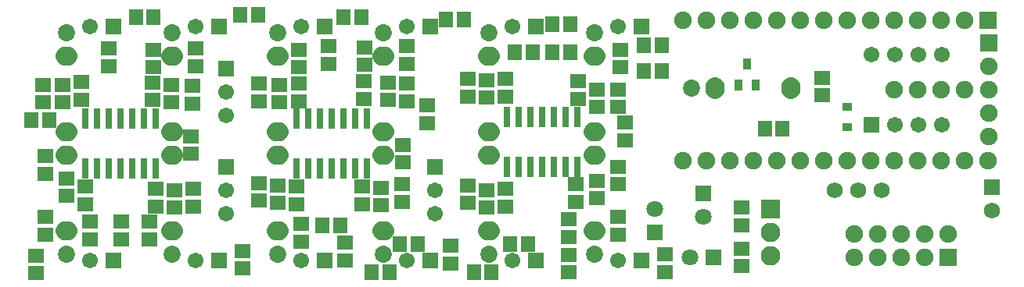
<source format=gbs>
G04 DipTrace 3.0.0.2*
G04 magpie_midi01.GBS*
%MOIN*%
G04 #@! TF.FileFunction,Soldermask,Bot*
G04 #@! TF.Part,Single*
%AMOUTLINE1*
4,1,16,
0.0415,0.005451,
0.037483,0.023051,
0.025939,0.037527,
0.009258,0.04556,
-0.009258,0.04556,
-0.02594,0.037527,
-0.037483,0.02305,
-0.0415,0.005451,
-0.0415,-0.005451,
-0.037483,-0.023051,
-0.025939,-0.037527,
-0.009258,-0.04556,
0.009258,-0.04556,
0.02594,-0.037527,
0.037483,-0.02305,
0.0415,-0.005451,
0.0415,0.005451,
0*%
%AMOUTLINE4*
4,1,16,
0.005451,-0.0415,
0.023051,-0.037483,
0.037527,-0.025939,
0.04556,-0.009258,
0.04556,0.009258,
0.037527,0.02594,
0.02305,0.037483,
0.005451,0.0415,
-0.005451,0.0415,
-0.023051,0.037483,
-0.037527,0.025939,
-0.04556,0.009258,
-0.04556,-0.009258,
-0.037527,-0.02594,
-0.02305,-0.037483,
-0.005451,-0.0415,
0.005451,-0.0415,
0*%
%AMOUTLINE7*
4,1,16,
-0.005451,0.0415,
-0.023051,0.037483,
-0.037527,0.025939,
-0.04556,0.009258,
-0.04556,-0.009258,
-0.037527,-0.02594,
-0.02305,-0.037483,
-0.005451,-0.0415,
0.005451,-0.0415,
0.023051,-0.037483,
0.037527,-0.025939,
0.04556,-0.009258,
0.04556,0.009258,
0.037527,0.02594,
0.02305,0.037483,
0.005451,0.0415,
-0.005451,0.0415,
0*%
%ADD52R,0.068X0.068*%
%ADD54C,0.082803*%
%ADD56R,0.082803X0.082803*%
%ADD58R,0.031622X0.08674*%
%ADD60C,0.068*%
%ADD61C,0.068*%
%ADD67C,0.074929*%
%ADD69C,0.073*%
%ADD71C,0.074929*%
%ADD73R,0.074929X0.074929*%
%ADD75R,0.033591X0.049339*%
%ADD77R,0.043X0.038*%
%ADD79C,0.070992*%
%ADD81R,0.070992X0.070992*%
%ADD83R,0.059181X0.067055*%
%ADD85R,0.067055X0.059181*%
%ADD87C,0.067055*%
%ADD89R,0.067055X0.067055*%
%ADD96OUTLINE1*%
%ADD99OUTLINE4*%
%ADD102OUTLINE7*%
%FSLAX26Y26*%
G04*
G70*
G90*
G75*
G01*
G04 BotMask*
%LPD*%
D89*
X4024000Y1074000D3*
D87*
X4124000D3*
X4224000D3*
X4324000D3*
Y1374000D3*
X4224000D3*
X4124000D3*
X4024000D3*
D85*
X1125251Y1025249D3*
Y950446D3*
X964000Y1394000D3*
Y1319197D3*
X1584000Y1394000D3*
Y1319197D3*
X1864000Y1404000D3*
Y1329197D3*
D83*
X2504000Y1384000D3*
X2578803D3*
D85*
X2954000Y1394000D3*
Y1319197D3*
X2734000Y594000D3*
Y668803D3*
D83*
X2329197Y444000D3*
X2404000D3*
X1894000D3*
X1968803D3*
D85*
X1594000Y574000D3*
Y648803D3*
X827745Y584000D3*
Y658803D3*
X694000Y584000D3*
Y658803D3*
X577751Y1244000D3*
Y1169197D3*
X1041501Y1244000D3*
Y1169197D3*
X1498997Y1244000D3*
Y1169197D3*
X1964000Y1254000D3*
Y1179197D3*
X2384000Y1264000D3*
Y1189197D3*
X2854000Y1224000D3*
Y1149197D3*
Y834000D3*
Y759197D3*
X2384000Y794000D3*
Y719197D3*
X1935252Y804000D3*
Y729197D3*
X1494000Y814000D3*
Y739197D3*
X1054000Y794000D3*
Y719197D3*
X594000Y844000D3*
Y769197D3*
D81*
X3100251Y612751D3*
D79*
Y712751D3*
D81*
X3306500Y781500D3*
D79*
Y681500D3*
D85*
X2131500Y1156500D3*
Y1081697D3*
X2026388Y987749D3*
Y912946D3*
X2972694Y1082101D3*
Y1007298D3*
X3469000Y644000D3*
Y718803D3*
Y544000D3*
Y469197D3*
D83*
X444000Y1094000D3*
X518803D3*
D81*
X3350249Y506500D3*
D79*
X3250249D3*
D87*
X694000Y1494000D3*
D89*
X794000D3*
D87*
X1144000D3*
D89*
X1244000D3*
D87*
X1594000D3*
D89*
X1694000D3*
D87*
X2044000D3*
D89*
X2144000D3*
D87*
X2494000D3*
D89*
X2594000D3*
D87*
X2944000D3*
D89*
X3044000D3*
D87*
X2944000Y494000D3*
D89*
X3044000D3*
D87*
X2494000D3*
D89*
X2594000D3*
D87*
X2044000D3*
D89*
X2144000D3*
D87*
X1594000D3*
D89*
X1694000D3*
D87*
X1144000D3*
D89*
X1244000D3*
D87*
X694000D3*
D89*
X794000D3*
D77*
X3919000Y1149906D3*
Y1063598D3*
D75*
X3531500Y1244000D3*
X3456697D3*
X3494098Y1334551D3*
D73*
X4519000Y1519000D3*
D71*
X4419000D3*
X4319000D3*
X4219000D3*
X4119000D3*
X4019000D3*
X3919000D3*
X3819000D3*
X3719000D3*
X3619000D3*
X3519000D3*
X3419000D3*
X3319000D3*
X3219000D3*
D73*
X4524000Y1424000D3*
D71*
Y1324000D3*
Y1224000D3*
Y1124000D3*
Y1024000D3*
D96*
X3357000Y1231500D3*
X3682001Y1231501D3*
D69*
X3257001Y1231500D3*
D67*
X4419000Y1225249D3*
D71*
X4319000D3*
X4219000D3*
X4119000D3*
D99*
X594000Y1368500D3*
X594001Y1043499D3*
D69*
X594000Y1468499D3*
D99*
X1044000Y1368500D3*
X1044001Y1043499D3*
D69*
X1044000Y1468499D3*
D99*
X1494000Y1368500D3*
X1494001Y1043499D3*
D69*
X1494000Y1468499D3*
D99*
X1944000Y1368500D3*
X1944001Y1043499D3*
D69*
X1944000Y1468499D3*
D99*
X2394000Y1368500D3*
X2394001Y1043499D3*
D69*
X2394000Y1468499D3*
D99*
X2844000Y1368500D3*
X2844001Y1043499D3*
D69*
X2844000Y1468499D3*
D102*
X594000Y619500D3*
X593999Y944501D3*
D69*
X594000Y519501D3*
D102*
X1044000Y619500D3*
X1043999Y944501D3*
D69*
X1044000Y519501D3*
D102*
X1494000Y619500D3*
X1493999Y944501D3*
D69*
X1494000Y519501D3*
D102*
X1944000Y619500D3*
X1943999Y944501D3*
D69*
X1944000Y519501D3*
D102*
X2394000Y619500D3*
X2393999Y944501D3*
D69*
X2394000Y519501D3*
D102*
X2844000Y619500D3*
X2843999Y944501D3*
D69*
X2844000Y519501D3*
D73*
X4350255Y506500D3*
D71*
Y606500D3*
X4250255Y506500D3*
Y606500D3*
X4150255Y506500D3*
Y606500D3*
X4050255Y506500D3*
Y606500D3*
X3950255Y506500D3*
Y606500D3*
D83*
X889197Y1534000D3*
X964000D3*
X1334000Y1544000D3*
X1408803D3*
X1774000Y1534000D3*
X1848803D3*
X2211388Y1524000D3*
X2286192D3*
X2664000Y1504000D3*
X2738803D3*
X3054000Y1414000D3*
X3128803D3*
D85*
X3144000Y444000D3*
Y518803D3*
X2734000Y443833D3*
Y518636D3*
X2231500Y556501D3*
Y481698D3*
X1781500Y569000D3*
Y494197D3*
X1344000Y534000D3*
Y459197D3*
X464000Y514000D3*
Y439197D3*
X774000Y1324000D3*
Y1398803D3*
X1144000Y1324000D3*
Y1398803D3*
X1708997Y1334000D3*
Y1408803D3*
X2044000Y1334000D3*
Y1408803D3*
D83*
X2664000Y1384000D3*
X2738803D3*
X3054000Y1302753D3*
X3128803D3*
D85*
X2944000Y604000D3*
Y678803D3*
D83*
X2484000Y564000D3*
X2558803D3*
X2014000D3*
X2088803D3*
X1684000Y644000D3*
X1758803D3*
D85*
X946493Y584000D3*
Y658803D3*
X504000Y604000D3*
Y678803D3*
X656500Y1256500D3*
Y1181697D3*
X961501Y1254000D3*
Y1179197D3*
X1585247Y1174000D3*
Y1248803D3*
X1859003Y1184000D3*
Y1258803D3*
X2464000Y1194000D3*
Y1268803D3*
X2774000Y1184000D3*
Y1258803D3*
X2764000Y744000D3*
Y818803D3*
X2464000Y724000D3*
Y798803D3*
X1852753Y734000D3*
Y808803D3*
X1574000Y734000D3*
Y808803D3*
X974000Y724000D3*
Y798803D3*
X674000Y734000D3*
Y808803D3*
X494000Y1169000D3*
Y1243803D3*
X1131501Y1164000D3*
Y1238803D3*
X1412748Y1174000D3*
Y1248803D3*
X2044000Y1174000D3*
Y1248803D3*
X2304000Y1194000D3*
Y1268803D3*
X2944000Y1224000D3*
Y1149197D3*
Y894000D3*
Y819197D3*
X2304000Y814000D3*
Y739197D3*
X2024000Y744000D3*
Y818803D3*
X1414000Y824000D3*
Y749197D3*
X1134000Y724000D3*
Y798803D3*
X504000Y864000D3*
Y938803D3*
D89*
X1274000Y1314000D3*
D87*
Y1214000D3*
Y1114000D3*
D89*
Y894000D3*
D87*
Y794000D3*
Y694000D3*
D89*
X2164000Y894000D3*
D87*
Y794000D3*
Y694000D3*
D85*
X3812751Y1200251D3*
Y1275054D3*
D83*
X3569000Y1056500D3*
X3643803D3*
D61*
X4068614Y794084D3*
D60*
X3968614D3*
X3868614D3*
D67*
X4519000Y919000D3*
D71*
X4419000D3*
X4319000D3*
X4219000D3*
X4119000D3*
X4019000D3*
X3919000D3*
X3819000D3*
X3719000D3*
X3619000D3*
X3519000D3*
X3419000D3*
X3319000D3*
X3219000D3*
D58*
X675201Y1100299D3*
X725201D3*
X775201D3*
X825201D3*
X875201D3*
X925201D3*
X975201D3*
Y887701D3*
X925201D3*
X875201D3*
X825201D3*
X775201D3*
X725201D3*
X675201D3*
X1572701Y1100299D3*
X1622701D3*
X1672701D3*
X1722701D3*
X1772701D3*
X1822701D3*
X1872701D3*
Y887701D3*
X1822701D3*
X1772701D3*
X1722701D3*
X1672701D3*
X1622701D3*
X1572701D3*
X2469000Y1106598D3*
X2519000D3*
X2569000D3*
X2619000D3*
X2669000D3*
X2719000D3*
X2769000D3*
Y894000D3*
X2719000D3*
X2669000D3*
X2619000D3*
X2569000D3*
X2519000D3*
X2469000D3*
D56*
X3594000Y712749D3*
D54*
Y612749D3*
Y512749D3*
D52*
X4537315Y806583D3*
D60*
Y706583D3*
M02*

</source>
